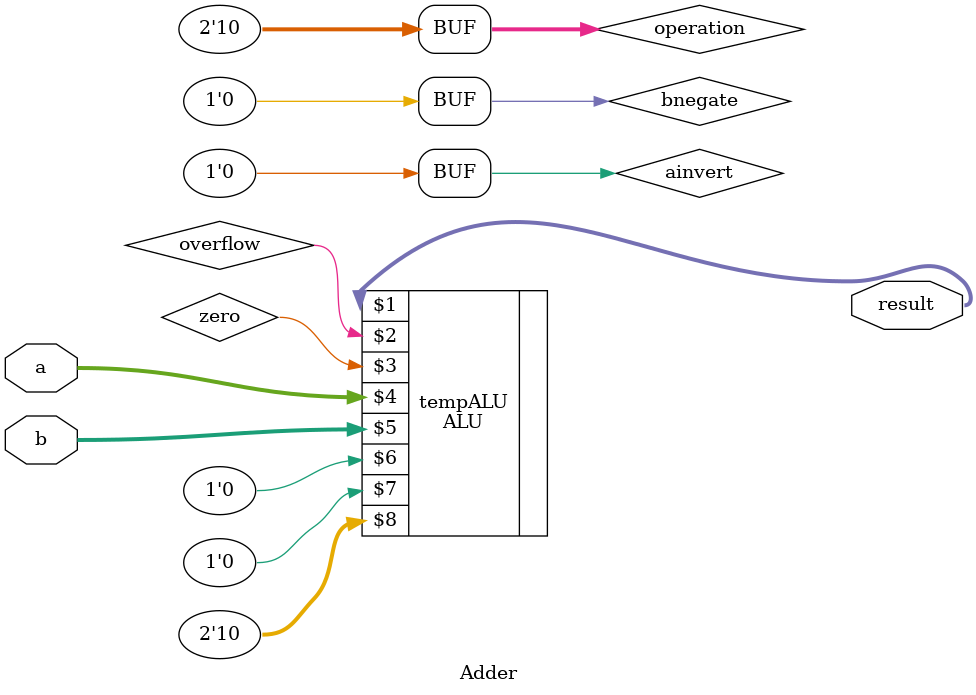
<source format=v>
`timescale 1ns / 1ps


module Adder(result,a,b);
output [31:0] result;
input [31:0] a;
input [31:0] b;
reg [1:0] operation=2'b10;
reg ainvert=1'b0;
reg bnegate=1'b0;
wire zero;
wire overflow;
ALU tempALU (result,overflow,zero,a,b,ainvert,bnegate,operation);
endmodule

</source>
